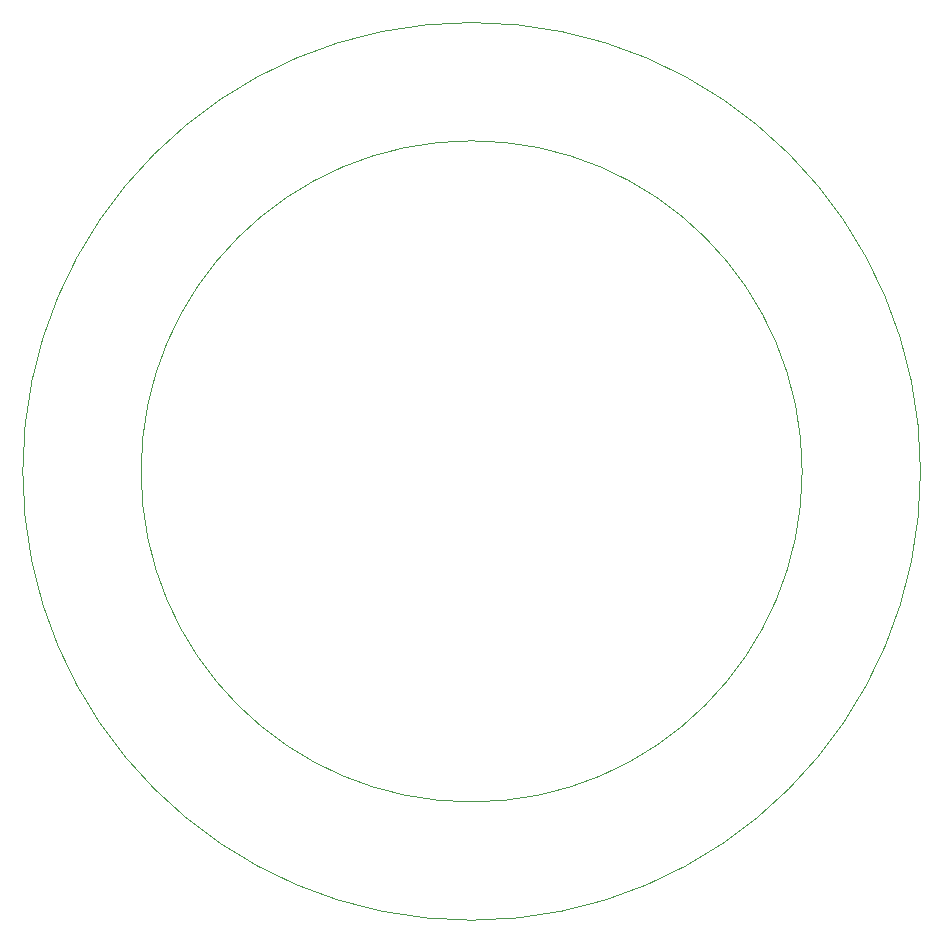
<source format=gbr>
%TF.GenerationSoftware,KiCad,Pcbnew,8.0.3*%
%TF.CreationDate,2026-01-12T15:33:41+01:00*%
%TF.ProjectId,ringLED,72696e67-4c45-4442-9e6b-696361645f70,rev?*%
%TF.SameCoordinates,Original*%
%TF.FileFunction,Profile,NP*%
%FSLAX46Y46*%
G04 Gerber Fmt 4.6, Leading zero omitted, Abs format (unit mm)*
G04 Created by KiCad (PCBNEW 8.0.3) date 2026-01-12 15:33:41*
%MOMM*%
%LPD*%
G01*
G04 APERTURE LIST*
%TA.AperFunction,Profile*%
%ADD10C,0.050000*%
%TD*%
G04 APERTURE END LIST*
D10*
X177986604Y-100000000D02*
G75*
G02*
X122013396Y-100000000I-27986604J0D01*
G01*
X122013396Y-100000000D02*
G75*
G02*
X177986604Y-100000000I27986604J0D01*
G01*
X188003289Y-100000000D02*
G75*
G02*
X111996711Y-100000000I-38003289J0D01*
G01*
X111996711Y-100000000D02*
G75*
G02*
X188003289Y-100000000I38003289J0D01*
G01*
M02*

</source>
